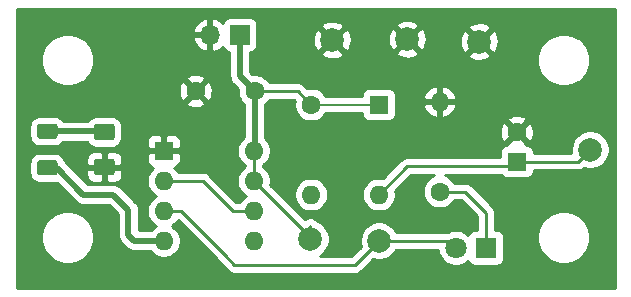
<source format=gbr>
%TF.GenerationSoftware,KiCad,Pcbnew,5.1.9-73d0e3b20d~88~ubuntu20.04.1*%
%TF.CreationDate,2021-03-24T21:29:24+01:00*%
%TF.ProjectId,10_KiCad_WCP,31305f4b-6943-4616-945f-5743502e6b69,rev?*%
%TF.SameCoordinates,Original*%
%TF.FileFunction,Copper,L1,Top*%
%TF.FilePolarity,Positive*%
%FSLAX46Y46*%
G04 Gerber Fmt 4.6, Leading zero omitted, Abs format (unit mm)*
G04 Created by KiCad (PCBNEW 5.1.9-73d0e3b20d~88~ubuntu20.04.1) date 2021-03-24 21:29:24*
%MOMM*%
%LPD*%
G01*
G04 APERTURE LIST*
%TA.AperFunction,ComponentPad*%
%ADD10O,1.600000X1.600000*%
%TD*%
%TA.AperFunction,ComponentPad*%
%ADD11C,1.600000*%
%TD*%
%TA.AperFunction,ComponentPad*%
%ADD12C,2.000000*%
%TD*%
%TA.AperFunction,ComponentPad*%
%ADD13C,1.800000*%
%TD*%
%TA.AperFunction,ComponentPad*%
%ADD14R,1.800000X1.800000*%
%TD*%
%TA.AperFunction,ComponentPad*%
%ADD15R,1.600000X1.600000*%
%TD*%
%TA.AperFunction,ComponentPad*%
%ADD16O,1.700000X1.700000*%
%TD*%
%TA.AperFunction,ComponentPad*%
%ADD17R,1.700000X1.700000*%
%TD*%
%TA.AperFunction,Conductor*%
%ADD18C,0.200000*%
%TD*%
%TA.AperFunction,Conductor*%
%ADD19C,0.500000*%
%TD*%
%TA.AperFunction,Conductor*%
%ADD20C,0.250000*%
%TD*%
%TA.AperFunction,Conductor*%
%ADD21C,0.254000*%
%TD*%
%TA.AperFunction,Conductor*%
%ADD22C,0.100000*%
%TD*%
G04 APERTURE END LIST*
D10*
%TO.P,R2,2*%
%TO.N,/THR*%
X86614000Y-56388000D03*
D11*
%TO.P,R2,1*%
%TO.N,+9V*%
X86614000Y-48768000D03*
%TD*%
D12*
%TO.P,TP6,1*%
%TO.N,Net-(D3-Pad2)*%
X92354400Y-60299600D03*
%TD*%
%TO.P,TP5,1*%
%TO.N,+9V*%
X86537800Y-60147200D03*
%TD*%
%TO.P,TP4,1*%
%TO.N,/THR*%
X110236000Y-52578000D03*
%TD*%
%TO.P,TP3,1*%
%TO.N,GND*%
X94742000Y-43243500D03*
%TD*%
%TO.P,TP2,1*%
%TO.N,GND*%
X88392000Y-43307000D03*
%TD*%
%TO.P,TP1,1*%
%TO.N,GND*%
X100838000Y-43434000D03*
%TD*%
%TO.P,R1,2*%
%TO.N,Net-(LED1-Pad2)*%
%TA.AperFunction,SMDPad,CuDef*%
G36*
G01*
X64887000Y-51678000D02*
X63637000Y-51678000D01*
G75*
G02*
X63387000Y-51428000I0J250000D01*
G01*
X63387000Y-50628000D01*
G75*
G02*
X63637000Y-50378000I250000J0D01*
G01*
X64887000Y-50378000D01*
G75*
G02*
X65137000Y-50628000I0J-250000D01*
G01*
X65137000Y-51428000D01*
G75*
G02*
X64887000Y-51678000I-250000J0D01*
G01*
G37*
%TD.AperFunction*%
%TO.P,R1,1*%
%TO.N,+9V*%
%TA.AperFunction,SMDPad,CuDef*%
G36*
G01*
X64887000Y-54778000D02*
X63637000Y-54778000D01*
G75*
G02*
X63387000Y-54528000I0J250000D01*
G01*
X63387000Y-53728000D01*
G75*
G02*
X63637000Y-53478000I250000J0D01*
G01*
X64887000Y-53478000D01*
G75*
G02*
X65137000Y-53728000I0J-250000D01*
G01*
X65137000Y-54528000D01*
G75*
G02*
X64887000Y-54778000I-250000J0D01*
G01*
G37*
%TD.AperFunction*%
%TD*%
D13*
%TO.P,D3,2*%
%TO.N,Net-(D3-Pad2)*%
X98856800Y-60909200D03*
D14*
%TO.P,D3,1*%
%TO.N,Net-(D3-Pad1)*%
X101396800Y-60909200D03*
%TD*%
D10*
%TO.P,R3,2*%
%TO.N,GND*%
X97472500Y-48514000D03*
D11*
%TO.P,R3,1*%
%TO.N,Net-(D3-Pad1)*%
X97472500Y-56134000D03*
%TD*%
D10*
%TO.P,U1,8*%
%TO.N,+9V*%
X81737200Y-52679600D03*
%TO.P,U1,4*%
X74117200Y-60299600D03*
%TO.P,U1,7*%
X81737200Y-55219600D03*
%TO.P,U1,3*%
%TO.N,Net-(D3-Pad2)*%
X74117200Y-57759600D03*
%TO.P,U1,6*%
%TO.N,/THR*%
X81737200Y-57759600D03*
%TO.P,U1,2*%
X74117200Y-55219600D03*
%TO.P,U1,5*%
%TO.N,Net-(U1-Pad5)*%
X81737200Y-60299600D03*
D15*
%TO.P,U1,1*%
%TO.N,GND*%
X74117200Y-52679600D03*
%TD*%
D16*
%TO.P,J1,2*%
%TO.N,GND*%
X78028800Y-42849800D03*
D17*
%TO.P,J1,1*%
%TO.N,+9V*%
X80568800Y-42849800D03*
%TD*%
D10*
%TO.P,D2,2*%
%TO.N,/THR*%
X92329000Y-56388000D03*
D15*
%TO.P,D2,1*%
%TO.N,+9V*%
X92329000Y-48768000D03*
%TD*%
%TO.P,LED1,2*%
%TO.N,Net-(LED1-Pad2)*%
%TA.AperFunction,SMDPad,CuDef*%
G36*
G01*
X69713000Y-51803000D02*
X68463000Y-51803000D01*
G75*
G02*
X68213000Y-51553000I0J250000D01*
G01*
X68213000Y-50628000D01*
G75*
G02*
X68463000Y-50378000I250000J0D01*
G01*
X69713000Y-50378000D01*
G75*
G02*
X69963000Y-50628000I0J-250000D01*
G01*
X69963000Y-51553000D01*
G75*
G02*
X69713000Y-51803000I-250000J0D01*
G01*
G37*
%TD.AperFunction*%
%TO.P,LED1,1*%
%TO.N,GND*%
%TA.AperFunction,SMDPad,CuDef*%
G36*
G01*
X69713000Y-54778000D02*
X68463000Y-54778000D01*
G75*
G02*
X68213000Y-54528000I0J250000D01*
G01*
X68213000Y-53603000D01*
G75*
G02*
X68463000Y-53353000I250000J0D01*
G01*
X69713000Y-53353000D01*
G75*
G02*
X69963000Y-53603000I0J-250000D01*
G01*
X69963000Y-54528000D01*
G75*
G02*
X69713000Y-54778000I-250000J0D01*
G01*
G37*
%TD.AperFunction*%
%TD*%
D11*
%TO.P,C2,2*%
%TO.N,GND*%
X104013000Y-51094000D03*
D15*
%TO.P,C2,1*%
%TO.N,/THR*%
X104013000Y-53594000D03*
%TD*%
D11*
%TO.P,C1,2*%
%TO.N,GND*%
X76813400Y-47625000D03*
%TO.P,C1,1*%
%TO.N,+9V*%
X81813400Y-47625000D03*
%TD*%
D18*
%TO.N,GND*%
X94678500Y-43307000D02*
X94742000Y-43243500D01*
X100647500Y-43243500D02*
X100838000Y-43434000D01*
D19*
X74080700Y-52643100D02*
X74117200Y-52679600D01*
%TO.N,+9V*%
X73863200Y-60553600D02*
X74117200Y-60299600D01*
X81991200Y-52425600D02*
X81737200Y-52679600D01*
X86487000Y-48895000D02*
X86614000Y-48768000D01*
D18*
X86614000Y-48768000D02*
X92329000Y-48768000D01*
X81991200Y-55219600D02*
X81737200Y-55219600D01*
D19*
X64262000Y-54128000D02*
X65050000Y-54128000D01*
X65050000Y-54128000D02*
X67310000Y-56388000D01*
X67310000Y-56388000D02*
X69850000Y-56388000D01*
X69850000Y-56388000D02*
X71120000Y-57658000D01*
D20*
X81737200Y-52679600D02*
X81737200Y-55219600D01*
X86537800Y-60147200D02*
X86537800Y-59055000D01*
D19*
X71120000Y-57658000D02*
X71120000Y-59842400D01*
X71577200Y-60299600D02*
X74117200Y-60299600D01*
X71120000Y-59842400D02*
X71577200Y-60299600D01*
X80568800Y-46380400D02*
X81813400Y-47625000D01*
X80568800Y-42849800D02*
X80568800Y-46380400D01*
X81813400Y-52603400D02*
X81737200Y-52679600D01*
X81813400Y-47625000D02*
X81813400Y-52603400D01*
D20*
X86537800Y-60020200D02*
X86537800Y-60147200D01*
X81737200Y-55219600D02*
X86537800Y-60020200D01*
X85471000Y-47625000D02*
X86614000Y-48768000D01*
X81813400Y-47625000D02*
X85471000Y-47625000D01*
%TO.N,/THR*%
X74117200Y-55219600D02*
X77419200Y-55219600D01*
X79959200Y-57759600D02*
X81737200Y-57759600D01*
X77419200Y-55219600D02*
X79959200Y-57759600D01*
X92329000Y-56388000D02*
X94717000Y-54000000D01*
X103607000Y-54000000D02*
X104013000Y-53594000D01*
X94717000Y-54000000D02*
X103607000Y-54000000D01*
X109220000Y-53594000D02*
X110236000Y-52578000D01*
X104013000Y-53594000D02*
X109220000Y-53594000D01*
%TO.N,Net-(D3-Pad2)*%
X74117200Y-57759600D02*
X75590400Y-57759600D01*
X79303001Y-61472201D02*
X79303001Y-61523001D01*
X75590400Y-57759600D02*
X79303001Y-61472201D01*
X79303001Y-61523001D02*
X80111600Y-62331600D01*
X90322400Y-62331600D02*
X92354400Y-60299600D01*
X80111600Y-62331600D02*
X90322400Y-62331600D01*
X98247200Y-60299600D02*
X98856800Y-60909200D01*
X92354400Y-60299600D02*
X98247200Y-60299600D01*
%TO.N,Net-(D3-Pad1)*%
X97472500Y-56134000D02*
X99618800Y-56134000D01*
X101396800Y-57912000D02*
X101396800Y-60909200D01*
X99618800Y-56134000D02*
X101396800Y-57912000D01*
D19*
%TO.N,Net-(LED1-Pad2)*%
X69025500Y-51028000D02*
X69088000Y-51090500D01*
X64262000Y-51028000D02*
X69025500Y-51028000D01*
%TD*%
D21*
%TO.N,GND*%
X112340001Y-64340000D02*
X61660000Y-64340000D01*
X61660000Y-59779872D01*
X63765000Y-59779872D01*
X63765000Y-60220128D01*
X63850890Y-60651925D01*
X64019369Y-61058669D01*
X64263962Y-61424729D01*
X64575271Y-61736038D01*
X64941331Y-61980631D01*
X65348075Y-62149110D01*
X65779872Y-62235000D01*
X66220128Y-62235000D01*
X66651925Y-62149110D01*
X67058669Y-61980631D01*
X67424729Y-61736038D01*
X67736038Y-61424729D01*
X67980631Y-61058669D01*
X68149110Y-60651925D01*
X68235000Y-60220128D01*
X68235000Y-59779872D01*
X68149110Y-59348075D01*
X67980631Y-58941331D01*
X67736038Y-58575271D01*
X67424729Y-58263962D01*
X67058669Y-58019369D01*
X66651925Y-57850890D01*
X66220128Y-57765000D01*
X65779872Y-57765000D01*
X65348075Y-57850890D01*
X64941331Y-58019369D01*
X64575271Y-58263962D01*
X64263962Y-58575271D01*
X64019369Y-58941331D01*
X63850890Y-59348075D01*
X63765000Y-59779872D01*
X61660000Y-59779872D01*
X61660000Y-53728000D01*
X62748928Y-53728000D01*
X62748928Y-54528000D01*
X62765992Y-54701254D01*
X62816528Y-54867850D01*
X62898595Y-55021386D01*
X63009038Y-55155962D01*
X63143614Y-55266405D01*
X63297150Y-55348472D01*
X63463746Y-55399008D01*
X63637000Y-55416072D01*
X64887000Y-55416072D01*
X65060254Y-55399008D01*
X65067294Y-55396872D01*
X66653470Y-56983049D01*
X66681183Y-57016817D01*
X66714951Y-57044530D01*
X66714953Y-57044532D01*
X66815941Y-57127411D01*
X66969686Y-57209589D01*
X67098274Y-57248596D01*
X67136510Y-57260195D01*
X67266523Y-57273000D01*
X67266531Y-57273000D01*
X67310000Y-57277281D01*
X67353469Y-57273000D01*
X69483422Y-57273000D01*
X70235000Y-58024579D01*
X70235001Y-59798921D01*
X70230719Y-59842400D01*
X70247805Y-60015890D01*
X70298412Y-60182713D01*
X70380590Y-60336459D01*
X70463468Y-60437446D01*
X70463471Y-60437449D01*
X70491184Y-60471217D01*
X70524952Y-60498930D01*
X70920666Y-60894644D01*
X70948383Y-60928417D01*
X71083141Y-61039011D01*
X71236887Y-61121189D01*
X71403710Y-61171795D01*
X71533723Y-61184600D01*
X71533733Y-61184600D01*
X71577199Y-61188881D01*
X71620665Y-61184600D01*
X72982679Y-61184600D01*
X73002563Y-61214359D01*
X73202441Y-61414237D01*
X73437473Y-61571280D01*
X73698626Y-61679453D01*
X73975865Y-61734600D01*
X74258535Y-61734600D01*
X74535774Y-61679453D01*
X74796927Y-61571280D01*
X75031959Y-61414237D01*
X75231837Y-61214359D01*
X75388880Y-60979327D01*
X75497053Y-60718174D01*
X75552200Y-60440935D01*
X75552200Y-60158265D01*
X75497053Y-59881026D01*
X75388880Y-59619873D01*
X75231837Y-59384841D01*
X75031959Y-59184963D01*
X74799441Y-59029600D01*
X75031959Y-58874237D01*
X75231837Y-58674359D01*
X75311353Y-58555354D01*
X78627551Y-61871553D01*
X78668027Y-61947277D01*
X78763000Y-62063002D01*
X78792002Y-62086803D01*
X79547801Y-62842602D01*
X79571599Y-62871601D01*
X79687324Y-62966574D01*
X79819353Y-63037146D01*
X79962614Y-63080603D01*
X80074267Y-63091600D01*
X80074275Y-63091600D01*
X80111600Y-63095276D01*
X80148925Y-63091600D01*
X90285078Y-63091600D01*
X90322400Y-63095276D01*
X90359722Y-63091600D01*
X90359733Y-63091600D01*
X90471386Y-63080603D01*
X90614647Y-63037146D01*
X90746676Y-62966574D01*
X90862401Y-62871601D01*
X90886204Y-62842597D01*
X91863024Y-61865777D01*
X91877488Y-61871768D01*
X92193367Y-61934600D01*
X92515433Y-61934600D01*
X92831312Y-61871768D01*
X93128863Y-61748518D01*
X93396652Y-61569587D01*
X93624387Y-61341852D01*
X93803318Y-61074063D01*
X93809309Y-61059600D01*
X97321800Y-61059600D01*
X97321800Y-61060384D01*
X97380789Y-61356943D01*
X97496501Y-61636295D01*
X97664488Y-61887705D01*
X97878295Y-62101512D01*
X98129705Y-62269499D01*
X98409057Y-62385211D01*
X98705616Y-62444200D01*
X99007984Y-62444200D01*
X99304543Y-62385211D01*
X99583895Y-62269499D01*
X99835305Y-62101512D01*
X99901744Y-62035073D01*
X99907298Y-62053380D01*
X99966263Y-62163694D01*
X100045615Y-62260385D01*
X100142306Y-62339737D01*
X100252620Y-62398702D01*
X100372318Y-62435012D01*
X100496800Y-62447272D01*
X102296800Y-62447272D01*
X102421282Y-62435012D01*
X102540980Y-62398702D01*
X102651294Y-62339737D01*
X102747985Y-62260385D01*
X102827337Y-62163694D01*
X102886302Y-62053380D01*
X102922612Y-61933682D01*
X102934872Y-61809200D01*
X102934872Y-60009200D01*
X102922612Y-59884718D01*
X102890808Y-59779872D01*
X105765000Y-59779872D01*
X105765000Y-60220128D01*
X105850890Y-60651925D01*
X106019369Y-61058669D01*
X106263962Y-61424729D01*
X106575271Y-61736038D01*
X106941331Y-61980631D01*
X107348075Y-62149110D01*
X107779872Y-62235000D01*
X108220128Y-62235000D01*
X108651925Y-62149110D01*
X109058669Y-61980631D01*
X109424729Y-61736038D01*
X109736038Y-61424729D01*
X109980631Y-61058669D01*
X110149110Y-60651925D01*
X110235000Y-60220128D01*
X110235000Y-59779872D01*
X110149110Y-59348075D01*
X109980631Y-58941331D01*
X109736038Y-58575271D01*
X109424729Y-58263962D01*
X109058669Y-58019369D01*
X108651925Y-57850890D01*
X108220128Y-57765000D01*
X107779872Y-57765000D01*
X107348075Y-57850890D01*
X106941331Y-58019369D01*
X106575271Y-58263962D01*
X106263962Y-58575271D01*
X106019369Y-58941331D01*
X105850890Y-59348075D01*
X105765000Y-59779872D01*
X102890808Y-59779872D01*
X102886302Y-59765020D01*
X102827337Y-59654706D01*
X102747985Y-59558015D01*
X102651294Y-59478663D01*
X102540980Y-59419698D01*
X102421282Y-59383388D01*
X102296800Y-59371128D01*
X102156800Y-59371128D01*
X102156800Y-57949325D01*
X102160476Y-57912000D01*
X102156800Y-57874675D01*
X102156800Y-57874667D01*
X102145803Y-57763014D01*
X102102346Y-57619753D01*
X102031774Y-57487724D01*
X101936801Y-57371999D01*
X101907804Y-57348202D01*
X100182604Y-55623003D01*
X100158801Y-55593999D01*
X100043076Y-55499026D01*
X99911047Y-55428454D01*
X99767786Y-55384997D01*
X99656133Y-55374000D01*
X99656122Y-55374000D01*
X99618800Y-55370324D01*
X99581478Y-55374000D01*
X98690543Y-55374000D01*
X98587137Y-55219241D01*
X98387259Y-55019363D01*
X98152227Y-54862320D01*
X97905204Y-54760000D01*
X102691906Y-54760000D01*
X102761815Y-54845185D01*
X102858506Y-54924537D01*
X102968820Y-54983502D01*
X103088518Y-55019812D01*
X103213000Y-55032072D01*
X104813000Y-55032072D01*
X104937482Y-55019812D01*
X105057180Y-54983502D01*
X105167494Y-54924537D01*
X105264185Y-54845185D01*
X105343537Y-54748494D01*
X105402502Y-54638180D01*
X105438812Y-54518482D01*
X105451072Y-54394000D01*
X105451072Y-54354000D01*
X109182678Y-54354000D01*
X109220000Y-54357676D01*
X109257322Y-54354000D01*
X109257333Y-54354000D01*
X109368986Y-54343003D01*
X109512247Y-54299546D01*
X109644276Y-54228974D01*
X109746603Y-54144997D01*
X109759088Y-54150168D01*
X110074967Y-54213000D01*
X110397033Y-54213000D01*
X110712912Y-54150168D01*
X111010463Y-54026918D01*
X111278252Y-53847987D01*
X111505987Y-53620252D01*
X111684918Y-53352463D01*
X111808168Y-53054912D01*
X111871000Y-52739033D01*
X111871000Y-52416967D01*
X111808168Y-52101088D01*
X111684918Y-51803537D01*
X111505987Y-51535748D01*
X111278252Y-51308013D01*
X111010463Y-51129082D01*
X110712912Y-51005832D01*
X110397033Y-50943000D01*
X110074967Y-50943000D01*
X109759088Y-51005832D01*
X109461537Y-51129082D01*
X109193748Y-51308013D01*
X108966013Y-51535748D01*
X108787082Y-51803537D01*
X108663832Y-52101088D01*
X108601000Y-52416967D01*
X108601000Y-52739033D01*
X108619890Y-52834000D01*
X105451072Y-52834000D01*
X105451072Y-52794000D01*
X105438812Y-52669518D01*
X105402502Y-52549820D01*
X105343537Y-52439506D01*
X105264185Y-52342815D01*
X105167494Y-52263463D01*
X105057180Y-52204498D01*
X104937482Y-52168188D01*
X104813000Y-52155928D01*
X104805785Y-52155928D01*
X104826097Y-52086702D01*
X104013000Y-51273605D01*
X103199903Y-52086702D01*
X103220215Y-52155928D01*
X103213000Y-52155928D01*
X103088518Y-52168188D01*
X102968820Y-52204498D01*
X102858506Y-52263463D01*
X102761815Y-52342815D01*
X102682463Y-52439506D01*
X102623498Y-52549820D01*
X102587188Y-52669518D01*
X102574928Y-52794000D01*
X102574928Y-53240000D01*
X94754322Y-53240000D01*
X94717000Y-53236324D01*
X94679677Y-53240000D01*
X94679667Y-53240000D01*
X94568014Y-53250997D01*
X94424753Y-53294454D01*
X94292723Y-53365026D01*
X94264547Y-53388150D01*
X94176999Y-53459999D01*
X94153201Y-53488997D01*
X92652886Y-54989312D01*
X92470335Y-54953000D01*
X92187665Y-54953000D01*
X91910426Y-55008147D01*
X91649273Y-55116320D01*
X91414241Y-55273363D01*
X91214363Y-55473241D01*
X91057320Y-55708273D01*
X90949147Y-55969426D01*
X90894000Y-56246665D01*
X90894000Y-56529335D01*
X90949147Y-56806574D01*
X91057320Y-57067727D01*
X91214363Y-57302759D01*
X91414241Y-57502637D01*
X91649273Y-57659680D01*
X91910426Y-57767853D01*
X92187665Y-57823000D01*
X92470335Y-57823000D01*
X92747574Y-57767853D01*
X93008727Y-57659680D01*
X93243759Y-57502637D01*
X93443637Y-57302759D01*
X93600680Y-57067727D01*
X93708853Y-56806574D01*
X93764000Y-56529335D01*
X93764000Y-56246665D01*
X93727688Y-56064114D01*
X95031802Y-54760000D01*
X97039796Y-54760000D01*
X96792773Y-54862320D01*
X96557741Y-55019363D01*
X96357863Y-55219241D01*
X96200820Y-55454273D01*
X96092647Y-55715426D01*
X96037500Y-55992665D01*
X96037500Y-56275335D01*
X96092647Y-56552574D01*
X96200820Y-56813727D01*
X96357863Y-57048759D01*
X96557741Y-57248637D01*
X96792773Y-57405680D01*
X97053926Y-57513853D01*
X97331165Y-57569000D01*
X97613835Y-57569000D01*
X97891074Y-57513853D01*
X98152227Y-57405680D01*
X98387259Y-57248637D01*
X98587137Y-57048759D01*
X98690543Y-56894000D01*
X99303999Y-56894000D01*
X100636800Y-58226802D01*
X100636800Y-59371128D01*
X100496800Y-59371128D01*
X100372318Y-59383388D01*
X100252620Y-59419698D01*
X100142306Y-59478663D01*
X100045615Y-59558015D01*
X99966263Y-59654706D01*
X99907298Y-59765020D01*
X99901744Y-59783327D01*
X99835305Y-59716888D01*
X99583895Y-59548901D01*
X99304543Y-59433189D01*
X99007984Y-59374200D01*
X98705616Y-59374200D01*
X98409057Y-59433189D01*
X98152159Y-59539600D01*
X93809309Y-59539600D01*
X93803318Y-59525137D01*
X93624387Y-59257348D01*
X93396652Y-59029613D01*
X93128863Y-58850682D01*
X92831312Y-58727432D01*
X92515433Y-58664600D01*
X92193367Y-58664600D01*
X91877488Y-58727432D01*
X91579937Y-58850682D01*
X91312148Y-59029613D01*
X91084413Y-59257348D01*
X90905482Y-59525137D01*
X90782232Y-59822688D01*
X90719400Y-60138567D01*
X90719400Y-60460633D01*
X90782232Y-60776512D01*
X90788223Y-60790976D01*
X90007599Y-61571600D01*
X87348957Y-61571600D01*
X87580052Y-61417187D01*
X87807787Y-61189452D01*
X87986718Y-60921663D01*
X88109968Y-60624112D01*
X88172800Y-60308233D01*
X88172800Y-59986167D01*
X88109968Y-59670288D01*
X87986718Y-59372737D01*
X87807787Y-59104948D01*
X87580052Y-58877213D01*
X87312263Y-58698282D01*
X87179488Y-58643285D01*
X87172774Y-58630724D01*
X87077801Y-58514999D01*
X86962076Y-58420026D01*
X86830047Y-58349454D01*
X86686786Y-58305997D01*
X86537800Y-58291323D01*
X86388815Y-58305997D01*
X86245554Y-58349454D01*
X86113525Y-58420026D01*
X86057998Y-58465596D01*
X83839067Y-56246665D01*
X85179000Y-56246665D01*
X85179000Y-56529335D01*
X85234147Y-56806574D01*
X85342320Y-57067727D01*
X85499363Y-57302759D01*
X85699241Y-57502637D01*
X85934273Y-57659680D01*
X86195426Y-57767853D01*
X86472665Y-57823000D01*
X86755335Y-57823000D01*
X87032574Y-57767853D01*
X87293727Y-57659680D01*
X87528759Y-57502637D01*
X87728637Y-57302759D01*
X87885680Y-57067727D01*
X87993853Y-56806574D01*
X88049000Y-56529335D01*
X88049000Y-56246665D01*
X87993853Y-55969426D01*
X87885680Y-55708273D01*
X87728637Y-55473241D01*
X87528759Y-55273363D01*
X87293727Y-55116320D01*
X87032574Y-55008147D01*
X86755335Y-54953000D01*
X86472665Y-54953000D01*
X86195426Y-55008147D01*
X85934273Y-55116320D01*
X85699241Y-55273363D01*
X85499363Y-55473241D01*
X85342320Y-55708273D01*
X85234147Y-55969426D01*
X85179000Y-56246665D01*
X83839067Y-56246665D01*
X83135888Y-55543487D01*
X83172200Y-55360935D01*
X83172200Y-55078265D01*
X83117053Y-54801026D01*
X83008880Y-54539873D01*
X82851837Y-54304841D01*
X82651959Y-54104963D01*
X82497200Y-54001557D01*
X82497200Y-53897643D01*
X82651959Y-53794237D01*
X82851837Y-53594359D01*
X83008880Y-53359327D01*
X83117053Y-53098174D01*
X83172200Y-52820935D01*
X83172200Y-52538265D01*
X83117053Y-52261026D01*
X83008880Y-51999873D01*
X82851837Y-51764841D01*
X82698400Y-51611404D01*
X82698400Y-51164512D01*
X102572783Y-51164512D01*
X102614213Y-51444130D01*
X102709397Y-51710292D01*
X102776329Y-51835514D01*
X103020298Y-51907097D01*
X103833395Y-51094000D01*
X104192605Y-51094000D01*
X105005702Y-51907097D01*
X105249671Y-51835514D01*
X105370571Y-51580004D01*
X105439300Y-51305816D01*
X105453217Y-51023488D01*
X105411787Y-50743870D01*
X105316603Y-50477708D01*
X105249671Y-50352486D01*
X105005702Y-50280903D01*
X104192605Y-51094000D01*
X103833395Y-51094000D01*
X103020298Y-50280903D01*
X102776329Y-50352486D01*
X102655429Y-50607996D01*
X102586700Y-50882184D01*
X102572783Y-51164512D01*
X82698400Y-51164512D01*
X82698400Y-48759521D01*
X82728159Y-48739637D01*
X82928037Y-48539759D01*
X83031443Y-48385000D01*
X85156199Y-48385000D01*
X85215312Y-48444113D01*
X85179000Y-48626665D01*
X85179000Y-48909335D01*
X85234147Y-49186574D01*
X85342320Y-49447727D01*
X85499363Y-49682759D01*
X85699241Y-49882637D01*
X85934273Y-50039680D01*
X86195426Y-50147853D01*
X86472665Y-50203000D01*
X86755335Y-50203000D01*
X87032574Y-50147853D01*
X87293727Y-50039680D01*
X87528759Y-49882637D01*
X87728637Y-49682759D01*
X87848748Y-49503000D01*
X90890928Y-49503000D01*
X90890928Y-49568000D01*
X90903188Y-49692482D01*
X90939498Y-49812180D01*
X90998463Y-49922494D01*
X91077815Y-50019185D01*
X91174506Y-50098537D01*
X91284820Y-50157502D01*
X91404518Y-50193812D01*
X91529000Y-50206072D01*
X93129000Y-50206072D01*
X93253482Y-50193812D01*
X93373180Y-50157502D01*
X93478328Y-50101298D01*
X103199903Y-50101298D01*
X104013000Y-50914395D01*
X104826097Y-50101298D01*
X104754514Y-49857329D01*
X104499004Y-49736429D01*
X104224816Y-49667700D01*
X103942488Y-49653783D01*
X103662870Y-49695213D01*
X103396708Y-49790397D01*
X103271486Y-49857329D01*
X103199903Y-50101298D01*
X93478328Y-50101298D01*
X93483494Y-50098537D01*
X93580185Y-50019185D01*
X93659537Y-49922494D01*
X93718502Y-49812180D01*
X93754812Y-49692482D01*
X93767072Y-49568000D01*
X93767072Y-48863040D01*
X96080591Y-48863040D01*
X96175430Y-49127881D01*
X96320115Y-49369131D01*
X96509086Y-49577519D01*
X96735080Y-49745037D01*
X96989413Y-49865246D01*
X97123461Y-49905904D01*
X97345500Y-49783915D01*
X97345500Y-48641000D01*
X97599500Y-48641000D01*
X97599500Y-49783915D01*
X97821539Y-49905904D01*
X97955587Y-49865246D01*
X98209920Y-49745037D01*
X98435914Y-49577519D01*
X98624885Y-49369131D01*
X98769570Y-49127881D01*
X98864409Y-48863040D01*
X98743124Y-48641000D01*
X97599500Y-48641000D01*
X97345500Y-48641000D01*
X96201876Y-48641000D01*
X96080591Y-48863040D01*
X93767072Y-48863040D01*
X93767072Y-48164960D01*
X96080591Y-48164960D01*
X96201876Y-48387000D01*
X97345500Y-48387000D01*
X97345500Y-47244085D01*
X97599500Y-47244085D01*
X97599500Y-48387000D01*
X98743124Y-48387000D01*
X98864409Y-48164960D01*
X98769570Y-47900119D01*
X98624885Y-47658869D01*
X98435914Y-47450481D01*
X98209920Y-47282963D01*
X97955587Y-47162754D01*
X97821539Y-47122096D01*
X97599500Y-47244085D01*
X97345500Y-47244085D01*
X97123461Y-47122096D01*
X96989413Y-47162754D01*
X96735080Y-47282963D01*
X96509086Y-47450481D01*
X96320115Y-47658869D01*
X96175430Y-47900119D01*
X96080591Y-48164960D01*
X93767072Y-48164960D01*
X93767072Y-47968000D01*
X93754812Y-47843518D01*
X93718502Y-47723820D01*
X93659537Y-47613506D01*
X93580185Y-47516815D01*
X93483494Y-47437463D01*
X93373180Y-47378498D01*
X93253482Y-47342188D01*
X93129000Y-47329928D01*
X91529000Y-47329928D01*
X91404518Y-47342188D01*
X91284820Y-47378498D01*
X91174506Y-47437463D01*
X91077815Y-47516815D01*
X90998463Y-47613506D01*
X90939498Y-47723820D01*
X90903188Y-47843518D01*
X90890928Y-47968000D01*
X90890928Y-48033000D01*
X87848748Y-48033000D01*
X87728637Y-47853241D01*
X87528759Y-47653363D01*
X87293727Y-47496320D01*
X87032574Y-47388147D01*
X86755335Y-47333000D01*
X86472665Y-47333000D01*
X86290113Y-47369312D01*
X86034804Y-47114002D01*
X86011001Y-47084999D01*
X85895276Y-46990026D01*
X85763247Y-46919454D01*
X85619986Y-46875997D01*
X85508333Y-46865000D01*
X85508322Y-46865000D01*
X85471000Y-46861324D01*
X85433678Y-46865000D01*
X83031443Y-46865000D01*
X82928037Y-46710241D01*
X82728159Y-46510363D01*
X82493127Y-46353320D01*
X82231974Y-46245147D01*
X81954735Y-46190000D01*
X81672065Y-46190000D01*
X81636961Y-46196983D01*
X81453800Y-46013822D01*
X81453800Y-44442413D01*
X87436192Y-44442413D01*
X87531956Y-44706814D01*
X87821571Y-44847704D01*
X88133108Y-44929384D01*
X88454595Y-44948718D01*
X88773675Y-44904961D01*
X89078088Y-44799795D01*
X89252044Y-44706814D01*
X89347808Y-44442413D01*
X89284308Y-44378913D01*
X93786192Y-44378913D01*
X93881956Y-44643314D01*
X94171571Y-44784204D01*
X94483108Y-44865884D01*
X94804595Y-44885218D01*
X95123675Y-44841461D01*
X95428088Y-44736295D01*
X95602044Y-44643314D01*
X95628810Y-44569413D01*
X99882192Y-44569413D01*
X99977956Y-44833814D01*
X100267571Y-44974704D01*
X100579108Y-45056384D01*
X100900595Y-45075718D01*
X101219675Y-45031961D01*
X101524088Y-44926795D01*
X101698044Y-44833814D01*
X101717581Y-44779872D01*
X105765000Y-44779872D01*
X105765000Y-45220128D01*
X105850890Y-45651925D01*
X106019369Y-46058669D01*
X106263962Y-46424729D01*
X106575271Y-46736038D01*
X106941331Y-46980631D01*
X107348075Y-47149110D01*
X107779872Y-47235000D01*
X108220128Y-47235000D01*
X108651925Y-47149110D01*
X109058669Y-46980631D01*
X109424729Y-46736038D01*
X109736038Y-46424729D01*
X109980631Y-46058669D01*
X110149110Y-45651925D01*
X110235000Y-45220128D01*
X110235000Y-44779872D01*
X110149110Y-44348075D01*
X109980631Y-43941331D01*
X109736038Y-43575271D01*
X109424729Y-43263962D01*
X109058669Y-43019369D01*
X108651925Y-42850890D01*
X108220128Y-42765000D01*
X107779872Y-42765000D01*
X107348075Y-42850890D01*
X106941331Y-43019369D01*
X106575271Y-43263962D01*
X106263962Y-43575271D01*
X106019369Y-43941331D01*
X105850890Y-44348075D01*
X105765000Y-44779872D01*
X101717581Y-44779872D01*
X101793808Y-44569413D01*
X100838000Y-43613605D01*
X99882192Y-44569413D01*
X95628810Y-44569413D01*
X95697808Y-44378913D01*
X94742000Y-43423105D01*
X93786192Y-44378913D01*
X89284308Y-44378913D01*
X88392000Y-43486605D01*
X87436192Y-44442413D01*
X81453800Y-44442413D01*
X81453800Y-44334425D01*
X81543282Y-44325612D01*
X81662980Y-44289302D01*
X81773294Y-44230337D01*
X81869985Y-44150985D01*
X81949337Y-44054294D01*
X82008302Y-43943980D01*
X82044612Y-43824282D01*
X82056872Y-43699800D01*
X82056872Y-43369595D01*
X86750282Y-43369595D01*
X86794039Y-43688675D01*
X86899205Y-43993088D01*
X86992186Y-44167044D01*
X87256587Y-44262808D01*
X88212395Y-43307000D01*
X88571605Y-43307000D01*
X89527413Y-44262808D01*
X89791814Y-44167044D01*
X89932704Y-43877429D01*
X90014384Y-43565892D01*
X90030008Y-43306095D01*
X93100282Y-43306095D01*
X93144039Y-43625175D01*
X93249205Y-43929588D01*
X93342186Y-44103544D01*
X93606587Y-44199308D01*
X94562395Y-43243500D01*
X94921605Y-43243500D01*
X95877413Y-44199308D01*
X96141814Y-44103544D01*
X96282704Y-43813929D01*
X96364384Y-43502392D01*
X96364732Y-43496595D01*
X99196282Y-43496595D01*
X99240039Y-43815675D01*
X99345205Y-44120088D01*
X99438186Y-44294044D01*
X99702587Y-44389808D01*
X100658395Y-43434000D01*
X101017605Y-43434000D01*
X101973413Y-44389808D01*
X102237814Y-44294044D01*
X102378704Y-44004429D01*
X102460384Y-43692892D01*
X102479718Y-43371405D01*
X102435961Y-43052325D01*
X102330795Y-42747912D01*
X102237814Y-42573956D01*
X101973413Y-42478192D01*
X101017605Y-43434000D01*
X100658395Y-43434000D01*
X99702587Y-42478192D01*
X99438186Y-42573956D01*
X99297296Y-42863571D01*
X99215616Y-43175108D01*
X99196282Y-43496595D01*
X96364732Y-43496595D01*
X96383718Y-43180905D01*
X96339961Y-42861825D01*
X96234795Y-42557412D01*
X96141814Y-42383456D01*
X95907494Y-42298587D01*
X99882192Y-42298587D01*
X100838000Y-43254395D01*
X101793808Y-42298587D01*
X101698044Y-42034186D01*
X101408429Y-41893296D01*
X101096892Y-41811616D01*
X100775405Y-41792282D01*
X100456325Y-41836039D01*
X100151912Y-41941205D01*
X99977956Y-42034186D01*
X99882192Y-42298587D01*
X95907494Y-42298587D01*
X95877413Y-42287692D01*
X94921605Y-43243500D01*
X94562395Y-43243500D01*
X93606587Y-42287692D01*
X93342186Y-42383456D01*
X93201296Y-42673071D01*
X93119616Y-42984608D01*
X93100282Y-43306095D01*
X90030008Y-43306095D01*
X90033718Y-43244405D01*
X89989961Y-42925325D01*
X89884795Y-42620912D01*
X89791814Y-42446956D01*
X89527413Y-42351192D01*
X88571605Y-43307000D01*
X88212395Y-43307000D01*
X87256587Y-42351192D01*
X86992186Y-42446956D01*
X86851296Y-42736571D01*
X86769616Y-43048108D01*
X86750282Y-43369595D01*
X82056872Y-43369595D01*
X82056872Y-42171587D01*
X87436192Y-42171587D01*
X88392000Y-43127395D01*
X89347808Y-42171587D01*
X89324809Y-42108087D01*
X93786192Y-42108087D01*
X94742000Y-43063895D01*
X95697808Y-42108087D01*
X95602044Y-41843686D01*
X95312429Y-41702796D01*
X95000892Y-41621116D01*
X94679405Y-41601782D01*
X94360325Y-41645539D01*
X94055912Y-41750705D01*
X93881956Y-41843686D01*
X93786192Y-42108087D01*
X89324809Y-42108087D01*
X89252044Y-41907186D01*
X88962429Y-41766296D01*
X88650892Y-41684616D01*
X88329405Y-41665282D01*
X88010325Y-41709039D01*
X87705912Y-41814205D01*
X87531956Y-41907186D01*
X87436192Y-42171587D01*
X82056872Y-42171587D01*
X82056872Y-41999800D01*
X82044612Y-41875318D01*
X82008302Y-41755620D01*
X81949337Y-41645306D01*
X81869985Y-41548615D01*
X81773294Y-41469263D01*
X81662980Y-41410298D01*
X81543282Y-41373988D01*
X81418800Y-41361728D01*
X79718800Y-41361728D01*
X79594318Y-41373988D01*
X79474620Y-41410298D01*
X79364306Y-41469263D01*
X79267615Y-41548615D01*
X79188263Y-41645306D01*
X79129298Y-41755620D01*
X79104834Y-41836266D01*
X79029069Y-41752212D01*
X78795720Y-41578159D01*
X78532899Y-41452975D01*
X78385690Y-41408324D01*
X78155800Y-41529645D01*
X78155800Y-42722800D01*
X78175800Y-42722800D01*
X78175800Y-42976800D01*
X78155800Y-42976800D01*
X78155800Y-44169955D01*
X78385690Y-44291276D01*
X78532899Y-44246625D01*
X78795720Y-44121441D01*
X79029069Y-43947388D01*
X79104834Y-43863334D01*
X79129298Y-43943980D01*
X79188263Y-44054294D01*
X79267615Y-44150985D01*
X79364306Y-44230337D01*
X79474620Y-44289302D01*
X79594318Y-44325612D01*
X79683800Y-44334425D01*
X79683801Y-46336921D01*
X79679519Y-46380400D01*
X79696605Y-46553890D01*
X79747212Y-46720713D01*
X79829390Y-46874459D01*
X79912268Y-46975446D01*
X79912271Y-46975449D01*
X79939984Y-47009217D01*
X79973751Y-47036929D01*
X80385383Y-47448561D01*
X80378400Y-47483665D01*
X80378400Y-47766335D01*
X80433547Y-48043574D01*
X80541720Y-48304727D01*
X80698763Y-48539759D01*
X80898641Y-48739637D01*
X80928400Y-48759521D01*
X80928401Y-51494163D01*
X80822441Y-51564963D01*
X80622563Y-51764841D01*
X80465520Y-51999873D01*
X80357347Y-52261026D01*
X80302200Y-52538265D01*
X80302200Y-52820935D01*
X80357347Y-53098174D01*
X80465520Y-53359327D01*
X80622563Y-53594359D01*
X80822441Y-53794237D01*
X80977200Y-53897644D01*
X80977201Y-54001556D01*
X80822441Y-54104963D01*
X80622563Y-54304841D01*
X80465520Y-54539873D01*
X80357347Y-54801026D01*
X80302200Y-55078265D01*
X80302200Y-55360935D01*
X80357347Y-55638174D01*
X80465520Y-55899327D01*
X80622563Y-56134359D01*
X80822441Y-56334237D01*
X81054959Y-56489600D01*
X80822441Y-56644963D01*
X80622563Y-56844841D01*
X80519157Y-56999600D01*
X80274003Y-56999600D01*
X77983004Y-54708603D01*
X77959201Y-54679599D01*
X77843476Y-54584626D01*
X77711447Y-54514054D01*
X77568186Y-54470597D01*
X77456533Y-54459600D01*
X77456522Y-54459600D01*
X77419200Y-54455924D01*
X77381878Y-54459600D01*
X75335243Y-54459600D01*
X75231837Y-54304841D01*
X75033239Y-54106243D01*
X75041682Y-54105412D01*
X75161380Y-54069102D01*
X75271694Y-54010137D01*
X75368385Y-53930785D01*
X75447737Y-53834094D01*
X75506702Y-53723780D01*
X75543012Y-53604082D01*
X75555272Y-53479600D01*
X75552200Y-52965350D01*
X75393450Y-52806600D01*
X74244200Y-52806600D01*
X74244200Y-52826600D01*
X73990200Y-52826600D01*
X73990200Y-52806600D01*
X72840950Y-52806600D01*
X72682200Y-52965350D01*
X72679128Y-53479600D01*
X72691388Y-53604082D01*
X72727698Y-53723780D01*
X72786663Y-53834094D01*
X72866015Y-53930785D01*
X72962706Y-54010137D01*
X73073020Y-54069102D01*
X73192718Y-54105412D01*
X73201161Y-54106243D01*
X73002563Y-54304841D01*
X72845520Y-54539873D01*
X72737347Y-54801026D01*
X72682200Y-55078265D01*
X72682200Y-55360935D01*
X72737347Y-55638174D01*
X72845520Y-55899327D01*
X73002563Y-56134359D01*
X73202441Y-56334237D01*
X73434959Y-56489600D01*
X73202441Y-56644963D01*
X73002563Y-56844841D01*
X72845520Y-57079873D01*
X72737347Y-57341026D01*
X72682200Y-57618265D01*
X72682200Y-57900935D01*
X72737347Y-58178174D01*
X72845520Y-58439327D01*
X73002563Y-58674359D01*
X73202441Y-58874237D01*
X73434959Y-59029600D01*
X73202441Y-59184963D01*
X73002563Y-59384841D01*
X72982679Y-59414600D01*
X72005000Y-59414600D01*
X72005000Y-57701465D01*
X72009281Y-57657999D01*
X72005000Y-57614533D01*
X72005000Y-57614523D01*
X71992195Y-57484510D01*
X71941589Y-57317687D01*
X71859411Y-57163941D01*
X71748817Y-57029183D01*
X71715050Y-57001471D01*
X70506534Y-55792956D01*
X70478817Y-55759183D01*
X70344059Y-55648589D01*
X70190313Y-55566411D01*
X70023490Y-55515805D01*
X69893477Y-55503000D01*
X69893469Y-55503000D01*
X69850000Y-55498719D01*
X69806531Y-55503000D01*
X67676579Y-55503000D01*
X66951579Y-54778000D01*
X67574928Y-54778000D01*
X67587188Y-54902482D01*
X67623498Y-55022180D01*
X67682463Y-55132494D01*
X67761815Y-55229185D01*
X67858506Y-55308537D01*
X67968820Y-55367502D01*
X68088518Y-55403812D01*
X68213000Y-55416072D01*
X68802250Y-55413000D01*
X68961000Y-55254250D01*
X68961000Y-54192500D01*
X69215000Y-54192500D01*
X69215000Y-55254250D01*
X69373750Y-55413000D01*
X69963000Y-55416072D01*
X70087482Y-55403812D01*
X70207180Y-55367502D01*
X70317494Y-55308537D01*
X70414185Y-55229185D01*
X70493537Y-55132494D01*
X70552502Y-55022180D01*
X70588812Y-54902482D01*
X70601072Y-54778000D01*
X70598000Y-54351250D01*
X70439250Y-54192500D01*
X69215000Y-54192500D01*
X68961000Y-54192500D01*
X67736750Y-54192500D01*
X67578000Y-54351250D01*
X67574928Y-54778000D01*
X66951579Y-54778000D01*
X65761251Y-53587673D01*
X65758008Y-53554746D01*
X65707472Y-53388150D01*
X65688684Y-53353000D01*
X67574928Y-53353000D01*
X67578000Y-53779750D01*
X67736750Y-53938500D01*
X68961000Y-53938500D01*
X68961000Y-52876750D01*
X69215000Y-52876750D01*
X69215000Y-53938500D01*
X70439250Y-53938500D01*
X70598000Y-53779750D01*
X70601072Y-53353000D01*
X70588812Y-53228518D01*
X70552502Y-53108820D01*
X70493537Y-52998506D01*
X70414185Y-52901815D01*
X70317494Y-52822463D01*
X70207180Y-52763498D01*
X70087482Y-52727188D01*
X69963000Y-52714928D01*
X69373750Y-52718000D01*
X69215000Y-52876750D01*
X68961000Y-52876750D01*
X68802250Y-52718000D01*
X68213000Y-52714928D01*
X68088518Y-52727188D01*
X67968820Y-52763498D01*
X67858506Y-52822463D01*
X67761815Y-52901815D01*
X67682463Y-52998506D01*
X67623498Y-53108820D01*
X67587188Y-53228518D01*
X67574928Y-53353000D01*
X65688684Y-53353000D01*
X65625405Y-53234614D01*
X65514962Y-53100038D01*
X65380386Y-52989595D01*
X65226850Y-52907528D01*
X65060254Y-52856992D01*
X64887000Y-52839928D01*
X63637000Y-52839928D01*
X63463746Y-52856992D01*
X63297150Y-52907528D01*
X63143614Y-52989595D01*
X63009038Y-53100038D01*
X62898595Y-53234614D01*
X62816528Y-53388150D01*
X62765992Y-53554746D01*
X62748928Y-53728000D01*
X61660000Y-53728000D01*
X61660000Y-50628000D01*
X62748928Y-50628000D01*
X62748928Y-51428000D01*
X62765992Y-51601254D01*
X62816528Y-51767850D01*
X62898595Y-51921386D01*
X63009038Y-52055962D01*
X63143614Y-52166405D01*
X63297150Y-52248472D01*
X63463746Y-52299008D01*
X63637000Y-52316072D01*
X64887000Y-52316072D01*
X65060254Y-52299008D01*
X65226850Y-52248472D01*
X65380386Y-52166405D01*
X65514962Y-52055962D01*
X65625405Y-51921386D01*
X65629887Y-51913000D01*
X67653298Y-51913000D01*
X67724595Y-52046386D01*
X67835038Y-52180962D01*
X67969614Y-52291405D01*
X68123150Y-52373472D01*
X68289746Y-52424008D01*
X68463000Y-52441072D01*
X69713000Y-52441072D01*
X69886254Y-52424008D01*
X70052850Y-52373472D01*
X70206386Y-52291405D01*
X70340962Y-52180962D01*
X70451405Y-52046386D01*
X70533472Y-51892850D01*
X70537491Y-51879600D01*
X72679128Y-51879600D01*
X72682200Y-52393850D01*
X72840950Y-52552600D01*
X73990200Y-52552600D01*
X73990200Y-51403350D01*
X74244200Y-51403350D01*
X74244200Y-52552600D01*
X75393450Y-52552600D01*
X75552200Y-52393850D01*
X75555272Y-51879600D01*
X75543012Y-51755118D01*
X75506702Y-51635420D01*
X75447737Y-51525106D01*
X75368385Y-51428415D01*
X75271694Y-51349063D01*
X75161380Y-51290098D01*
X75041682Y-51253788D01*
X74917200Y-51241528D01*
X74402950Y-51244600D01*
X74244200Y-51403350D01*
X73990200Y-51403350D01*
X73831450Y-51244600D01*
X73317200Y-51241528D01*
X73192718Y-51253788D01*
X73073020Y-51290098D01*
X72962706Y-51349063D01*
X72866015Y-51428415D01*
X72786663Y-51525106D01*
X72727698Y-51635420D01*
X72691388Y-51755118D01*
X72679128Y-51879600D01*
X70537491Y-51879600D01*
X70584008Y-51726254D01*
X70601072Y-51553000D01*
X70601072Y-50628000D01*
X70584008Y-50454746D01*
X70533472Y-50288150D01*
X70451405Y-50134614D01*
X70340962Y-50000038D01*
X70206386Y-49889595D01*
X70052850Y-49807528D01*
X69886254Y-49756992D01*
X69713000Y-49739928D01*
X68463000Y-49739928D01*
X68289746Y-49756992D01*
X68123150Y-49807528D01*
X67969614Y-49889595D01*
X67835038Y-50000038D01*
X67724595Y-50134614D01*
X67720113Y-50143000D01*
X65629887Y-50143000D01*
X65625405Y-50134614D01*
X65514962Y-50000038D01*
X65380386Y-49889595D01*
X65226850Y-49807528D01*
X65060254Y-49756992D01*
X64887000Y-49739928D01*
X63637000Y-49739928D01*
X63463746Y-49756992D01*
X63297150Y-49807528D01*
X63143614Y-49889595D01*
X63009038Y-50000038D01*
X62898595Y-50134614D01*
X62816528Y-50288150D01*
X62765992Y-50454746D01*
X62748928Y-50628000D01*
X61660000Y-50628000D01*
X61660000Y-48617702D01*
X76000303Y-48617702D01*
X76071886Y-48861671D01*
X76327396Y-48982571D01*
X76601584Y-49051300D01*
X76883912Y-49065217D01*
X77163530Y-49023787D01*
X77429692Y-48928603D01*
X77554914Y-48861671D01*
X77626497Y-48617702D01*
X76813400Y-47804605D01*
X76000303Y-48617702D01*
X61660000Y-48617702D01*
X61660000Y-47695512D01*
X75373183Y-47695512D01*
X75414613Y-47975130D01*
X75509797Y-48241292D01*
X75576729Y-48366514D01*
X75820698Y-48438097D01*
X76633795Y-47625000D01*
X76993005Y-47625000D01*
X77806102Y-48438097D01*
X78050071Y-48366514D01*
X78170971Y-48111004D01*
X78239700Y-47836816D01*
X78253617Y-47554488D01*
X78212187Y-47274870D01*
X78117003Y-47008708D01*
X78050071Y-46883486D01*
X77806102Y-46811903D01*
X76993005Y-47625000D01*
X76633795Y-47625000D01*
X75820698Y-46811903D01*
X75576729Y-46883486D01*
X75455829Y-47138996D01*
X75387100Y-47413184D01*
X75373183Y-47695512D01*
X61660000Y-47695512D01*
X61660000Y-44779872D01*
X63765000Y-44779872D01*
X63765000Y-45220128D01*
X63850890Y-45651925D01*
X64019369Y-46058669D01*
X64263962Y-46424729D01*
X64575271Y-46736038D01*
X64941331Y-46980631D01*
X65348075Y-47149110D01*
X65779872Y-47235000D01*
X66220128Y-47235000D01*
X66651925Y-47149110D01*
X67058669Y-46980631D01*
X67424729Y-46736038D01*
X67528469Y-46632298D01*
X76000303Y-46632298D01*
X76813400Y-47445395D01*
X77626497Y-46632298D01*
X77554914Y-46388329D01*
X77299404Y-46267429D01*
X77025216Y-46198700D01*
X76742888Y-46184783D01*
X76463270Y-46226213D01*
X76197108Y-46321397D01*
X76071886Y-46388329D01*
X76000303Y-46632298D01*
X67528469Y-46632298D01*
X67736038Y-46424729D01*
X67980631Y-46058669D01*
X68149110Y-45651925D01*
X68235000Y-45220128D01*
X68235000Y-44779872D01*
X68149110Y-44348075D01*
X67980631Y-43941331D01*
X67736038Y-43575271D01*
X67424729Y-43263962D01*
X67339017Y-43206691D01*
X76587319Y-43206691D01*
X76684643Y-43481052D01*
X76833622Y-43731155D01*
X77028531Y-43947388D01*
X77261880Y-44121441D01*
X77524701Y-44246625D01*
X77671910Y-44291276D01*
X77901800Y-44169955D01*
X77901800Y-42976800D01*
X76707986Y-42976800D01*
X76587319Y-43206691D01*
X67339017Y-43206691D01*
X67058669Y-43019369D01*
X66651925Y-42850890D01*
X66220128Y-42765000D01*
X65779872Y-42765000D01*
X65348075Y-42850890D01*
X64941331Y-43019369D01*
X64575271Y-43263962D01*
X64263962Y-43575271D01*
X64019369Y-43941331D01*
X63850890Y-44348075D01*
X63765000Y-44779872D01*
X61660000Y-44779872D01*
X61660000Y-42492909D01*
X76587319Y-42492909D01*
X76707986Y-42722800D01*
X77901800Y-42722800D01*
X77901800Y-41529645D01*
X77671910Y-41408324D01*
X77524701Y-41452975D01*
X77261880Y-41578159D01*
X77028531Y-41752212D01*
X76833622Y-41968445D01*
X76684643Y-42218548D01*
X76587319Y-42492909D01*
X61660000Y-42492909D01*
X61660000Y-40660000D01*
X112340000Y-40660000D01*
X112340001Y-64340000D01*
%TA.AperFunction,Conductor*%
D22*
G36*
X112340001Y-64340000D02*
G01*
X61660000Y-64340000D01*
X61660000Y-59779872D01*
X63765000Y-59779872D01*
X63765000Y-60220128D01*
X63850890Y-60651925D01*
X64019369Y-61058669D01*
X64263962Y-61424729D01*
X64575271Y-61736038D01*
X64941331Y-61980631D01*
X65348075Y-62149110D01*
X65779872Y-62235000D01*
X66220128Y-62235000D01*
X66651925Y-62149110D01*
X67058669Y-61980631D01*
X67424729Y-61736038D01*
X67736038Y-61424729D01*
X67980631Y-61058669D01*
X68149110Y-60651925D01*
X68235000Y-60220128D01*
X68235000Y-59779872D01*
X68149110Y-59348075D01*
X67980631Y-58941331D01*
X67736038Y-58575271D01*
X67424729Y-58263962D01*
X67058669Y-58019369D01*
X66651925Y-57850890D01*
X66220128Y-57765000D01*
X65779872Y-57765000D01*
X65348075Y-57850890D01*
X64941331Y-58019369D01*
X64575271Y-58263962D01*
X64263962Y-58575271D01*
X64019369Y-58941331D01*
X63850890Y-59348075D01*
X63765000Y-59779872D01*
X61660000Y-59779872D01*
X61660000Y-53728000D01*
X62748928Y-53728000D01*
X62748928Y-54528000D01*
X62765992Y-54701254D01*
X62816528Y-54867850D01*
X62898595Y-55021386D01*
X63009038Y-55155962D01*
X63143614Y-55266405D01*
X63297150Y-55348472D01*
X63463746Y-55399008D01*
X63637000Y-55416072D01*
X64887000Y-55416072D01*
X65060254Y-55399008D01*
X65067294Y-55396872D01*
X66653470Y-56983049D01*
X66681183Y-57016817D01*
X66714951Y-57044530D01*
X66714953Y-57044532D01*
X66815941Y-57127411D01*
X66969686Y-57209589D01*
X67098274Y-57248596D01*
X67136510Y-57260195D01*
X67266523Y-57273000D01*
X67266531Y-57273000D01*
X67310000Y-57277281D01*
X67353469Y-57273000D01*
X69483422Y-57273000D01*
X70235000Y-58024579D01*
X70235001Y-59798921D01*
X70230719Y-59842400D01*
X70247805Y-60015890D01*
X70298412Y-60182713D01*
X70380590Y-60336459D01*
X70463468Y-60437446D01*
X70463471Y-60437449D01*
X70491184Y-60471217D01*
X70524952Y-60498930D01*
X70920666Y-60894644D01*
X70948383Y-60928417D01*
X71083141Y-61039011D01*
X71236887Y-61121189D01*
X71403710Y-61171795D01*
X71533723Y-61184600D01*
X71533733Y-61184600D01*
X71577199Y-61188881D01*
X71620665Y-61184600D01*
X72982679Y-61184600D01*
X73002563Y-61214359D01*
X73202441Y-61414237D01*
X73437473Y-61571280D01*
X73698626Y-61679453D01*
X73975865Y-61734600D01*
X74258535Y-61734600D01*
X74535774Y-61679453D01*
X74796927Y-61571280D01*
X75031959Y-61414237D01*
X75231837Y-61214359D01*
X75388880Y-60979327D01*
X75497053Y-60718174D01*
X75552200Y-60440935D01*
X75552200Y-60158265D01*
X75497053Y-59881026D01*
X75388880Y-59619873D01*
X75231837Y-59384841D01*
X75031959Y-59184963D01*
X74799441Y-59029600D01*
X75031959Y-58874237D01*
X75231837Y-58674359D01*
X75311353Y-58555354D01*
X78627551Y-61871553D01*
X78668027Y-61947277D01*
X78763000Y-62063002D01*
X78792002Y-62086803D01*
X79547801Y-62842602D01*
X79571599Y-62871601D01*
X79687324Y-62966574D01*
X79819353Y-63037146D01*
X79962614Y-63080603D01*
X80074267Y-63091600D01*
X80074275Y-63091600D01*
X80111600Y-63095276D01*
X80148925Y-63091600D01*
X90285078Y-63091600D01*
X90322400Y-63095276D01*
X90359722Y-63091600D01*
X90359733Y-63091600D01*
X90471386Y-63080603D01*
X90614647Y-63037146D01*
X90746676Y-62966574D01*
X90862401Y-62871601D01*
X90886204Y-62842597D01*
X91863024Y-61865777D01*
X91877488Y-61871768D01*
X92193367Y-61934600D01*
X92515433Y-61934600D01*
X92831312Y-61871768D01*
X93128863Y-61748518D01*
X93396652Y-61569587D01*
X93624387Y-61341852D01*
X93803318Y-61074063D01*
X93809309Y-61059600D01*
X97321800Y-61059600D01*
X97321800Y-61060384D01*
X97380789Y-61356943D01*
X97496501Y-61636295D01*
X97664488Y-61887705D01*
X97878295Y-62101512D01*
X98129705Y-62269499D01*
X98409057Y-62385211D01*
X98705616Y-62444200D01*
X99007984Y-62444200D01*
X99304543Y-62385211D01*
X99583895Y-62269499D01*
X99835305Y-62101512D01*
X99901744Y-62035073D01*
X99907298Y-62053380D01*
X99966263Y-62163694D01*
X100045615Y-62260385D01*
X100142306Y-62339737D01*
X100252620Y-62398702D01*
X100372318Y-62435012D01*
X100496800Y-62447272D01*
X102296800Y-62447272D01*
X102421282Y-62435012D01*
X102540980Y-62398702D01*
X102651294Y-62339737D01*
X102747985Y-62260385D01*
X102827337Y-62163694D01*
X102886302Y-62053380D01*
X102922612Y-61933682D01*
X102934872Y-61809200D01*
X102934872Y-60009200D01*
X102922612Y-59884718D01*
X102890808Y-59779872D01*
X105765000Y-59779872D01*
X105765000Y-60220128D01*
X105850890Y-60651925D01*
X106019369Y-61058669D01*
X106263962Y-61424729D01*
X106575271Y-61736038D01*
X106941331Y-61980631D01*
X107348075Y-62149110D01*
X107779872Y-62235000D01*
X108220128Y-62235000D01*
X108651925Y-62149110D01*
X109058669Y-61980631D01*
X109424729Y-61736038D01*
X109736038Y-61424729D01*
X109980631Y-61058669D01*
X110149110Y-60651925D01*
X110235000Y-60220128D01*
X110235000Y-59779872D01*
X110149110Y-59348075D01*
X109980631Y-58941331D01*
X109736038Y-58575271D01*
X109424729Y-58263962D01*
X109058669Y-58019369D01*
X108651925Y-57850890D01*
X108220128Y-57765000D01*
X107779872Y-57765000D01*
X107348075Y-57850890D01*
X106941331Y-58019369D01*
X106575271Y-58263962D01*
X106263962Y-58575271D01*
X106019369Y-58941331D01*
X105850890Y-59348075D01*
X105765000Y-59779872D01*
X102890808Y-59779872D01*
X102886302Y-59765020D01*
X102827337Y-59654706D01*
X102747985Y-59558015D01*
X102651294Y-59478663D01*
X102540980Y-59419698D01*
X102421282Y-59383388D01*
X102296800Y-59371128D01*
X102156800Y-59371128D01*
X102156800Y-57949325D01*
X102160476Y-57912000D01*
X102156800Y-57874675D01*
X102156800Y-57874667D01*
X102145803Y-57763014D01*
X102102346Y-57619753D01*
X102031774Y-57487724D01*
X101936801Y-57371999D01*
X101907804Y-57348202D01*
X100182604Y-55623003D01*
X100158801Y-55593999D01*
X100043076Y-55499026D01*
X99911047Y-55428454D01*
X99767786Y-55384997D01*
X99656133Y-55374000D01*
X99656122Y-55374000D01*
X99618800Y-55370324D01*
X99581478Y-55374000D01*
X98690543Y-55374000D01*
X98587137Y-55219241D01*
X98387259Y-55019363D01*
X98152227Y-54862320D01*
X97905204Y-54760000D01*
X102691906Y-54760000D01*
X102761815Y-54845185D01*
X102858506Y-54924537D01*
X102968820Y-54983502D01*
X103088518Y-55019812D01*
X103213000Y-55032072D01*
X104813000Y-55032072D01*
X104937482Y-55019812D01*
X105057180Y-54983502D01*
X105167494Y-54924537D01*
X105264185Y-54845185D01*
X105343537Y-54748494D01*
X105402502Y-54638180D01*
X105438812Y-54518482D01*
X105451072Y-54394000D01*
X105451072Y-54354000D01*
X109182678Y-54354000D01*
X109220000Y-54357676D01*
X109257322Y-54354000D01*
X109257333Y-54354000D01*
X109368986Y-54343003D01*
X109512247Y-54299546D01*
X109644276Y-54228974D01*
X109746603Y-54144997D01*
X109759088Y-54150168D01*
X110074967Y-54213000D01*
X110397033Y-54213000D01*
X110712912Y-54150168D01*
X111010463Y-54026918D01*
X111278252Y-53847987D01*
X111505987Y-53620252D01*
X111684918Y-53352463D01*
X111808168Y-53054912D01*
X111871000Y-52739033D01*
X111871000Y-52416967D01*
X111808168Y-52101088D01*
X111684918Y-51803537D01*
X111505987Y-51535748D01*
X111278252Y-51308013D01*
X111010463Y-51129082D01*
X110712912Y-51005832D01*
X110397033Y-50943000D01*
X110074967Y-50943000D01*
X109759088Y-51005832D01*
X109461537Y-51129082D01*
X109193748Y-51308013D01*
X108966013Y-51535748D01*
X108787082Y-51803537D01*
X108663832Y-52101088D01*
X108601000Y-52416967D01*
X108601000Y-52739033D01*
X108619890Y-52834000D01*
X105451072Y-52834000D01*
X105451072Y-52794000D01*
X105438812Y-52669518D01*
X105402502Y-52549820D01*
X105343537Y-52439506D01*
X105264185Y-52342815D01*
X105167494Y-52263463D01*
X105057180Y-52204498D01*
X104937482Y-52168188D01*
X104813000Y-52155928D01*
X104805785Y-52155928D01*
X104826097Y-52086702D01*
X104013000Y-51273605D01*
X103199903Y-52086702D01*
X103220215Y-52155928D01*
X103213000Y-52155928D01*
X103088518Y-52168188D01*
X102968820Y-52204498D01*
X102858506Y-52263463D01*
X102761815Y-52342815D01*
X102682463Y-52439506D01*
X102623498Y-52549820D01*
X102587188Y-52669518D01*
X102574928Y-52794000D01*
X102574928Y-53240000D01*
X94754322Y-53240000D01*
X94717000Y-53236324D01*
X94679677Y-53240000D01*
X94679667Y-53240000D01*
X94568014Y-53250997D01*
X94424753Y-53294454D01*
X94292723Y-53365026D01*
X94264547Y-53388150D01*
X94176999Y-53459999D01*
X94153201Y-53488997D01*
X92652886Y-54989312D01*
X92470335Y-54953000D01*
X92187665Y-54953000D01*
X91910426Y-55008147D01*
X91649273Y-55116320D01*
X91414241Y-55273363D01*
X91214363Y-55473241D01*
X91057320Y-55708273D01*
X90949147Y-55969426D01*
X90894000Y-56246665D01*
X90894000Y-56529335D01*
X90949147Y-56806574D01*
X91057320Y-57067727D01*
X91214363Y-57302759D01*
X91414241Y-57502637D01*
X91649273Y-57659680D01*
X91910426Y-57767853D01*
X92187665Y-57823000D01*
X92470335Y-57823000D01*
X92747574Y-57767853D01*
X93008727Y-57659680D01*
X93243759Y-57502637D01*
X93443637Y-57302759D01*
X93600680Y-57067727D01*
X93708853Y-56806574D01*
X93764000Y-56529335D01*
X93764000Y-56246665D01*
X93727688Y-56064114D01*
X95031802Y-54760000D01*
X97039796Y-54760000D01*
X96792773Y-54862320D01*
X96557741Y-55019363D01*
X96357863Y-55219241D01*
X96200820Y-55454273D01*
X96092647Y-55715426D01*
X96037500Y-55992665D01*
X96037500Y-56275335D01*
X96092647Y-56552574D01*
X96200820Y-56813727D01*
X96357863Y-57048759D01*
X96557741Y-57248637D01*
X96792773Y-57405680D01*
X97053926Y-57513853D01*
X97331165Y-57569000D01*
X97613835Y-57569000D01*
X97891074Y-57513853D01*
X98152227Y-57405680D01*
X98387259Y-57248637D01*
X98587137Y-57048759D01*
X98690543Y-56894000D01*
X99303999Y-56894000D01*
X100636800Y-58226802D01*
X100636800Y-59371128D01*
X100496800Y-59371128D01*
X100372318Y-59383388D01*
X100252620Y-59419698D01*
X100142306Y-59478663D01*
X100045615Y-59558015D01*
X99966263Y-59654706D01*
X99907298Y-59765020D01*
X99901744Y-59783327D01*
X99835305Y-59716888D01*
X99583895Y-59548901D01*
X99304543Y-59433189D01*
X99007984Y-59374200D01*
X98705616Y-59374200D01*
X98409057Y-59433189D01*
X98152159Y-59539600D01*
X93809309Y-59539600D01*
X93803318Y-59525137D01*
X93624387Y-59257348D01*
X93396652Y-59029613D01*
X93128863Y-58850682D01*
X92831312Y-58727432D01*
X92515433Y-58664600D01*
X92193367Y-58664600D01*
X91877488Y-58727432D01*
X91579937Y-58850682D01*
X91312148Y-59029613D01*
X91084413Y-59257348D01*
X90905482Y-59525137D01*
X90782232Y-59822688D01*
X90719400Y-60138567D01*
X90719400Y-60460633D01*
X90782232Y-60776512D01*
X90788223Y-60790976D01*
X90007599Y-61571600D01*
X87348957Y-61571600D01*
X87580052Y-61417187D01*
X87807787Y-61189452D01*
X87986718Y-60921663D01*
X88109968Y-60624112D01*
X88172800Y-60308233D01*
X88172800Y-59986167D01*
X88109968Y-59670288D01*
X87986718Y-59372737D01*
X87807787Y-59104948D01*
X87580052Y-58877213D01*
X87312263Y-58698282D01*
X87179488Y-58643285D01*
X87172774Y-58630724D01*
X87077801Y-58514999D01*
X86962076Y-58420026D01*
X86830047Y-58349454D01*
X86686786Y-58305997D01*
X86537800Y-58291323D01*
X86388815Y-58305997D01*
X86245554Y-58349454D01*
X86113525Y-58420026D01*
X86057998Y-58465596D01*
X83839067Y-56246665D01*
X85179000Y-56246665D01*
X85179000Y-56529335D01*
X85234147Y-56806574D01*
X85342320Y-57067727D01*
X85499363Y-57302759D01*
X85699241Y-57502637D01*
X85934273Y-57659680D01*
X86195426Y-57767853D01*
X86472665Y-57823000D01*
X86755335Y-57823000D01*
X87032574Y-57767853D01*
X87293727Y-57659680D01*
X87528759Y-57502637D01*
X87728637Y-57302759D01*
X87885680Y-57067727D01*
X87993853Y-56806574D01*
X88049000Y-56529335D01*
X88049000Y-56246665D01*
X87993853Y-55969426D01*
X87885680Y-55708273D01*
X87728637Y-55473241D01*
X87528759Y-55273363D01*
X87293727Y-55116320D01*
X87032574Y-55008147D01*
X86755335Y-54953000D01*
X86472665Y-54953000D01*
X86195426Y-55008147D01*
X85934273Y-55116320D01*
X85699241Y-55273363D01*
X85499363Y-55473241D01*
X85342320Y-55708273D01*
X85234147Y-55969426D01*
X85179000Y-56246665D01*
X83839067Y-56246665D01*
X83135888Y-55543487D01*
X83172200Y-55360935D01*
X83172200Y-55078265D01*
X83117053Y-54801026D01*
X83008880Y-54539873D01*
X82851837Y-54304841D01*
X82651959Y-54104963D01*
X82497200Y-54001557D01*
X82497200Y-53897643D01*
X82651959Y-53794237D01*
X82851837Y-53594359D01*
X83008880Y-53359327D01*
X83117053Y-53098174D01*
X83172200Y-52820935D01*
X83172200Y-52538265D01*
X83117053Y-52261026D01*
X83008880Y-51999873D01*
X82851837Y-51764841D01*
X82698400Y-51611404D01*
X82698400Y-51164512D01*
X102572783Y-51164512D01*
X102614213Y-51444130D01*
X102709397Y-51710292D01*
X102776329Y-51835514D01*
X103020298Y-51907097D01*
X103833395Y-51094000D01*
X104192605Y-51094000D01*
X105005702Y-51907097D01*
X105249671Y-51835514D01*
X105370571Y-51580004D01*
X105439300Y-51305816D01*
X105453217Y-51023488D01*
X105411787Y-50743870D01*
X105316603Y-50477708D01*
X105249671Y-50352486D01*
X105005702Y-50280903D01*
X104192605Y-51094000D01*
X103833395Y-51094000D01*
X103020298Y-50280903D01*
X102776329Y-50352486D01*
X102655429Y-50607996D01*
X102586700Y-50882184D01*
X102572783Y-51164512D01*
X82698400Y-51164512D01*
X82698400Y-48759521D01*
X82728159Y-48739637D01*
X82928037Y-48539759D01*
X83031443Y-48385000D01*
X85156199Y-48385000D01*
X85215312Y-48444113D01*
X85179000Y-48626665D01*
X85179000Y-48909335D01*
X85234147Y-49186574D01*
X85342320Y-49447727D01*
X85499363Y-49682759D01*
X85699241Y-49882637D01*
X85934273Y-50039680D01*
X86195426Y-50147853D01*
X86472665Y-50203000D01*
X86755335Y-50203000D01*
X87032574Y-50147853D01*
X87293727Y-50039680D01*
X87528759Y-49882637D01*
X87728637Y-49682759D01*
X87848748Y-49503000D01*
X90890928Y-49503000D01*
X90890928Y-49568000D01*
X90903188Y-49692482D01*
X90939498Y-49812180D01*
X90998463Y-49922494D01*
X91077815Y-50019185D01*
X91174506Y-50098537D01*
X91284820Y-50157502D01*
X91404518Y-50193812D01*
X91529000Y-50206072D01*
X93129000Y-50206072D01*
X93253482Y-50193812D01*
X93373180Y-50157502D01*
X93478328Y-50101298D01*
X103199903Y-50101298D01*
X104013000Y-50914395D01*
X104826097Y-50101298D01*
X104754514Y-49857329D01*
X104499004Y-49736429D01*
X104224816Y-49667700D01*
X103942488Y-49653783D01*
X103662870Y-49695213D01*
X103396708Y-49790397D01*
X103271486Y-49857329D01*
X103199903Y-50101298D01*
X93478328Y-50101298D01*
X93483494Y-50098537D01*
X93580185Y-50019185D01*
X93659537Y-49922494D01*
X93718502Y-49812180D01*
X93754812Y-49692482D01*
X93767072Y-49568000D01*
X93767072Y-48863040D01*
X96080591Y-48863040D01*
X96175430Y-49127881D01*
X96320115Y-49369131D01*
X96509086Y-49577519D01*
X96735080Y-49745037D01*
X96989413Y-49865246D01*
X97123461Y-49905904D01*
X97345500Y-49783915D01*
X97345500Y-48641000D01*
X97599500Y-48641000D01*
X97599500Y-49783915D01*
X97821539Y-49905904D01*
X97955587Y-49865246D01*
X98209920Y-49745037D01*
X98435914Y-49577519D01*
X98624885Y-49369131D01*
X98769570Y-49127881D01*
X98864409Y-48863040D01*
X98743124Y-48641000D01*
X97599500Y-48641000D01*
X97345500Y-48641000D01*
X96201876Y-48641000D01*
X96080591Y-48863040D01*
X93767072Y-48863040D01*
X93767072Y-48164960D01*
X96080591Y-48164960D01*
X96201876Y-48387000D01*
X97345500Y-48387000D01*
X97345500Y-47244085D01*
X97599500Y-47244085D01*
X97599500Y-48387000D01*
X98743124Y-48387000D01*
X98864409Y-48164960D01*
X98769570Y-47900119D01*
X98624885Y-47658869D01*
X98435914Y-47450481D01*
X98209920Y-47282963D01*
X97955587Y-47162754D01*
X97821539Y-47122096D01*
X97599500Y-47244085D01*
X97345500Y-47244085D01*
X97123461Y-47122096D01*
X96989413Y-47162754D01*
X96735080Y-47282963D01*
X96509086Y-47450481D01*
X96320115Y-47658869D01*
X96175430Y-47900119D01*
X96080591Y-48164960D01*
X93767072Y-48164960D01*
X93767072Y-47968000D01*
X93754812Y-47843518D01*
X93718502Y-47723820D01*
X93659537Y-47613506D01*
X93580185Y-47516815D01*
X93483494Y-47437463D01*
X93373180Y-47378498D01*
X93253482Y-47342188D01*
X93129000Y-47329928D01*
X91529000Y-47329928D01*
X91404518Y-47342188D01*
X91284820Y-47378498D01*
X91174506Y-47437463D01*
X91077815Y-47516815D01*
X90998463Y-47613506D01*
X90939498Y-47723820D01*
X90903188Y-47843518D01*
X90890928Y-47968000D01*
X90890928Y-48033000D01*
X87848748Y-48033000D01*
X87728637Y-47853241D01*
X87528759Y-47653363D01*
X87293727Y-47496320D01*
X87032574Y-47388147D01*
X86755335Y-47333000D01*
X86472665Y-47333000D01*
X86290113Y-47369312D01*
X86034804Y-47114002D01*
X86011001Y-47084999D01*
X85895276Y-46990026D01*
X85763247Y-46919454D01*
X85619986Y-46875997D01*
X85508333Y-46865000D01*
X85508322Y-46865000D01*
X85471000Y-46861324D01*
X85433678Y-46865000D01*
X83031443Y-46865000D01*
X82928037Y-46710241D01*
X82728159Y-46510363D01*
X82493127Y-46353320D01*
X82231974Y-46245147D01*
X81954735Y-46190000D01*
X81672065Y-46190000D01*
X81636961Y-46196983D01*
X81453800Y-46013822D01*
X81453800Y-44442413D01*
X87436192Y-44442413D01*
X87531956Y-44706814D01*
X87821571Y-44847704D01*
X88133108Y-44929384D01*
X88454595Y-44948718D01*
X88773675Y-44904961D01*
X89078088Y-44799795D01*
X89252044Y-44706814D01*
X89347808Y-44442413D01*
X89284308Y-44378913D01*
X93786192Y-44378913D01*
X93881956Y-44643314D01*
X94171571Y-44784204D01*
X94483108Y-44865884D01*
X94804595Y-44885218D01*
X95123675Y-44841461D01*
X95428088Y-44736295D01*
X95602044Y-44643314D01*
X95628810Y-44569413D01*
X99882192Y-44569413D01*
X99977956Y-44833814D01*
X100267571Y-44974704D01*
X100579108Y-45056384D01*
X100900595Y-45075718D01*
X101219675Y-45031961D01*
X101524088Y-44926795D01*
X101698044Y-44833814D01*
X101717581Y-44779872D01*
X105765000Y-44779872D01*
X105765000Y-45220128D01*
X105850890Y-45651925D01*
X106019369Y-46058669D01*
X106263962Y-46424729D01*
X106575271Y-46736038D01*
X106941331Y-46980631D01*
X107348075Y-47149110D01*
X107779872Y-47235000D01*
X108220128Y-47235000D01*
X108651925Y-47149110D01*
X109058669Y-46980631D01*
X109424729Y-46736038D01*
X109736038Y-46424729D01*
X109980631Y-46058669D01*
X110149110Y-45651925D01*
X110235000Y-45220128D01*
X110235000Y-44779872D01*
X110149110Y-44348075D01*
X109980631Y-43941331D01*
X109736038Y-43575271D01*
X109424729Y-43263962D01*
X109058669Y-43019369D01*
X108651925Y-42850890D01*
X108220128Y-42765000D01*
X107779872Y-42765000D01*
X107348075Y-42850890D01*
X106941331Y-43019369D01*
X106575271Y-43263962D01*
X106263962Y-43575271D01*
X106019369Y-43941331D01*
X105850890Y-44348075D01*
X105765000Y-44779872D01*
X101717581Y-44779872D01*
X101793808Y-44569413D01*
X100838000Y-43613605D01*
X99882192Y-44569413D01*
X95628810Y-44569413D01*
X95697808Y-44378913D01*
X94742000Y-43423105D01*
X93786192Y-44378913D01*
X89284308Y-44378913D01*
X88392000Y-43486605D01*
X87436192Y-44442413D01*
X81453800Y-44442413D01*
X81453800Y-44334425D01*
X81543282Y-44325612D01*
X81662980Y-44289302D01*
X81773294Y-44230337D01*
X81869985Y-44150985D01*
X81949337Y-44054294D01*
X82008302Y-43943980D01*
X82044612Y-43824282D01*
X82056872Y-43699800D01*
X82056872Y-43369595D01*
X86750282Y-43369595D01*
X86794039Y-43688675D01*
X86899205Y-43993088D01*
X86992186Y-44167044D01*
X87256587Y-44262808D01*
X88212395Y-43307000D01*
X88571605Y-43307000D01*
X89527413Y-44262808D01*
X89791814Y-44167044D01*
X89932704Y-43877429D01*
X90014384Y-43565892D01*
X90030008Y-43306095D01*
X93100282Y-43306095D01*
X93144039Y-43625175D01*
X93249205Y-43929588D01*
X93342186Y-44103544D01*
X93606587Y-44199308D01*
X94562395Y-43243500D01*
X94921605Y-43243500D01*
X95877413Y-44199308D01*
X96141814Y-44103544D01*
X96282704Y-43813929D01*
X96364384Y-43502392D01*
X96364732Y-43496595D01*
X99196282Y-43496595D01*
X99240039Y-43815675D01*
X99345205Y-44120088D01*
X99438186Y-44294044D01*
X99702587Y-44389808D01*
X100658395Y-43434000D01*
X101017605Y-43434000D01*
X101973413Y-44389808D01*
X102237814Y-44294044D01*
X102378704Y-44004429D01*
X102460384Y-43692892D01*
X102479718Y-43371405D01*
X102435961Y-43052325D01*
X102330795Y-42747912D01*
X102237814Y-42573956D01*
X101973413Y-42478192D01*
X101017605Y-43434000D01*
X100658395Y-43434000D01*
X99702587Y-42478192D01*
X99438186Y-42573956D01*
X99297296Y-42863571D01*
X99215616Y-43175108D01*
X99196282Y-43496595D01*
X96364732Y-43496595D01*
X96383718Y-43180905D01*
X96339961Y-42861825D01*
X96234795Y-42557412D01*
X96141814Y-42383456D01*
X95907494Y-42298587D01*
X99882192Y-42298587D01*
X100838000Y-43254395D01*
X101793808Y-42298587D01*
X101698044Y-42034186D01*
X101408429Y-41893296D01*
X101096892Y-41811616D01*
X100775405Y-41792282D01*
X100456325Y-41836039D01*
X100151912Y-41941205D01*
X99977956Y-42034186D01*
X99882192Y-42298587D01*
X95907494Y-42298587D01*
X95877413Y-42287692D01*
X94921605Y-43243500D01*
X94562395Y-43243500D01*
X93606587Y-42287692D01*
X93342186Y-42383456D01*
X93201296Y-42673071D01*
X93119616Y-42984608D01*
X93100282Y-43306095D01*
X90030008Y-43306095D01*
X90033718Y-43244405D01*
X89989961Y-42925325D01*
X89884795Y-42620912D01*
X89791814Y-42446956D01*
X89527413Y-42351192D01*
X88571605Y-43307000D01*
X88212395Y-43307000D01*
X87256587Y-42351192D01*
X86992186Y-42446956D01*
X86851296Y-42736571D01*
X86769616Y-43048108D01*
X86750282Y-43369595D01*
X82056872Y-43369595D01*
X82056872Y-42171587D01*
X87436192Y-42171587D01*
X88392000Y-43127395D01*
X89347808Y-42171587D01*
X89324809Y-42108087D01*
X93786192Y-42108087D01*
X94742000Y-43063895D01*
X95697808Y-42108087D01*
X95602044Y-41843686D01*
X95312429Y-41702796D01*
X95000892Y-41621116D01*
X94679405Y-41601782D01*
X94360325Y-41645539D01*
X94055912Y-41750705D01*
X93881956Y-41843686D01*
X93786192Y-42108087D01*
X89324809Y-42108087D01*
X89252044Y-41907186D01*
X88962429Y-41766296D01*
X88650892Y-41684616D01*
X88329405Y-41665282D01*
X88010325Y-41709039D01*
X87705912Y-41814205D01*
X87531956Y-41907186D01*
X87436192Y-42171587D01*
X82056872Y-42171587D01*
X82056872Y-41999800D01*
X82044612Y-41875318D01*
X82008302Y-41755620D01*
X81949337Y-41645306D01*
X81869985Y-41548615D01*
X81773294Y-41469263D01*
X81662980Y-41410298D01*
X81543282Y-41373988D01*
X81418800Y-41361728D01*
X79718800Y-41361728D01*
X79594318Y-41373988D01*
X79474620Y-41410298D01*
X79364306Y-41469263D01*
X79267615Y-41548615D01*
X79188263Y-41645306D01*
X79129298Y-41755620D01*
X79104834Y-41836266D01*
X79029069Y-41752212D01*
X78795720Y-41578159D01*
X78532899Y-41452975D01*
X78385690Y-41408324D01*
X78155800Y-41529645D01*
X78155800Y-42722800D01*
X78175800Y-42722800D01*
X78175800Y-42976800D01*
X78155800Y-42976800D01*
X78155800Y-44169955D01*
X78385690Y-44291276D01*
X78532899Y-44246625D01*
X78795720Y-44121441D01*
X79029069Y-43947388D01*
X79104834Y-43863334D01*
X79129298Y-43943980D01*
X79188263Y-44054294D01*
X79267615Y-44150985D01*
X79364306Y-44230337D01*
X79474620Y-44289302D01*
X79594318Y-44325612D01*
X79683800Y-44334425D01*
X79683801Y-46336921D01*
X79679519Y-46380400D01*
X79696605Y-46553890D01*
X79747212Y-46720713D01*
X79829390Y-46874459D01*
X79912268Y-46975446D01*
X79912271Y-46975449D01*
X79939984Y-47009217D01*
X79973751Y-47036929D01*
X80385383Y-47448561D01*
X80378400Y-47483665D01*
X80378400Y-47766335D01*
X80433547Y-48043574D01*
X80541720Y-48304727D01*
X80698763Y-48539759D01*
X80898641Y-48739637D01*
X80928400Y-48759521D01*
X80928401Y-51494163D01*
X80822441Y-51564963D01*
X80622563Y-51764841D01*
X80465520Y-51999873D01*
X80357347Y-52261026D01*
X80302200Y-52538265D01*
X80302200Y-52820935D01*
X80357347Y-53098174D01*
X80465520Y-53359327D01*
X80622563Y-53594359D01*
X80822441Y-53794237D01*
X80977200Y-53897644D01*
X80977201Y-54001556D01*
X80822441Y-54104963D01*
X80622563Y-54304841D01*
X80465520Y-54539873D01*
X80357347Y-54801026D01*
X80302200Y-55078265D01*
X80302200Y-55360935D01*
X80357347Y-55638174D01*
X80465520Y-55899327D01*
X80622563Y-56134359D01*
X80822441Y-56334237D01*
X81054959Y-56489600D01*
X80822441Y-56644963D01*
X80622563Y-56844841D01*
X80519157Y-56999600D01*
X80274003Y-56999600D01*
X77983004Y-54708603D01*
X77959201Y-54679599D01*
X77843476Y-54584626D01*
X77711447Y-54514054D01*
X77568186Y-54470597D01*
X77456533Y-54459600D01*
X77456522Y-54459600D01*
X77419200Y-54455924D01*
X77381878Y-54459600D01*
X75335243Y-54459600D01*
X75231837Y-54304841D01*
X75033239Y-54106243D01*
X75041682Y-54105412D01*
X75161380Y-54069102D01*
X75271694Y-54010137D01*
X75368385Y-53930785D01*
X75447737Y-53834094D01*
X75506702Y-53723780D01*
X75543012Y-53604082D01*
X75555272Y-53479600D01*
X75552200Y-52965350D01*
X75393450Y-52806600D01*
X74244200Y-52806600D01*
X74244200Y-52826600D01*
X73990200Y-52826600D01*
X73990200Y-52806600D01*
X72840950Y-52806600D01*
X72682200Y-52965350D01*
X72679128Y-53479600D01*
X72691388Y-53604082D01*
X72727698Y-53723780D01*
X72786663Y-53834094D01*
X72866015Y-53930785D01*
X72962706Y-54010137D01*
X73073020Y-54069102D01*
X73192718Y-54105412D01*
X73201161Y-54106243D01*
X73002563Y-54304841D01*
X72845520Y-54539873D01*
X72737347Y-54801026D01*
X72682200Y-55078265D01*
X72682200Y-55360935D01*
X72737347Y-55638174D01*
X72845520Y-55899327D01*
X73002563Y-56134359D01*
X73202441Y-56334237D01*
X73434959Y-56489600D01*
X73202441Y-56644963D01*
X73002563Y-56844841D01*
X72845520Y-57079873D01*
X72737347Y-57341026D01*
X72682200Y-57618265D01*
X72682200Y-57900935D01*
X72737347Y-58178174D01*
X72845520Y-58439327D01*
X73002563Y-58674359D01*
X73202441Y-58874237D01*
X73434959Y-59029600D01*
X73202441Y-59184963D01*
X73002563Y-59384841D01*
X72982679Y-59414600D01*
X72005000Y-59414600D01*
X72005000Y-57701465D01*
X72009281Y-57657999D01*
X72005000Y-57614533D01*
X72005000Y-57614523D01*
X71992195Y-57484510D01*
X71941589Y-57317687D01*
X71859411Y-57163941D01*
X71748817Y-57029183D01*
X71715050Y-57001471D01*
X70506534Y-55792956D01*
X70478817Y-55759183D01*
X70344059Y-55648589D01*
X70190313Y-55566411D01*
X70023490Y-55515805D01*
X69893477Y-55503000D01*
X69893469Y-55503000D01*
X69850000Y-55498719D01*
X69806531Y-55503000D01*
X67676579Y-55503000D01*
X66951579Y-54778000D01*
X67574928Y-54778000D01*
X67587188Y-54902482D01*
X67623498Y-55022180D01*
X67682463Y-55132494D01*
X67761815Y-55229185D01*
X67858506Y-55308537D01*
X67968820Y-55367502D01*
X68088518Y-55403812D01*
X68213000Y-55416072D01*
X68802250Y-55413000D01*
X68961000Y-55254250D01*
X68961000Y-54192500D01*
X69215000Y-54192500D01*
X69215000Y-55254250D01*
X69373750Y-55413000D01*
X69963000Y-55416072D01*
X70087482Y-55403812D01*
X70207180Y-55367502D01*
X70317494Y-55308537D01*
X70414185Y-55229185D01*
X70493537Y-55132494D01*
X70552502Y-55022180D01*
X70588812Y-54902482D01*
X70601072Y-54778000D01*
X70598000Y-54351250D01*
X70439250Y-54192500D01*
X69215000Y-54192500D01*
X68961000Y-54192500D01*
X67736750Y-54192500D01*
X67578000Y-54351250D01*
X67574928Y-54778000D01*
X66951579Y-54778000D01*
X65761251Y-53587673D01*
X65758008Y-53554746D01*
X65707472Y-53388150D01*
X65688684Y-53353000D01*
X67574928Y-53353000D01*
X67578000Y-53779750D01*
X67736750Y-53938500D01*
X68961000Y-53938500D01*
X68961000Y-52876750D01*
X69215000Y-52876750D01*
X69215000Y-53938500D01*
X70439250Y-53938500D01*
X70598000Y-53779750D01*
X70601072Y-53353000D01*
X70588812Y-53228518D01*
X70552502Y-53108820D01*
X70493537Y-52998506D01*
X70414185Y-52901815D01*
X70317494Y-52822463D01*
X70207180Y-52763498D01*
X70087482Y-52727188D01*
X69963000Y-52714928D01*
X69373750Y-52718000D01*
X69215000Y-52876750D01*
X68961000Y-52876750D01*
X68802250Y-52718000D01*
X68213000Y-52714928D01*
X68088518Y-52727188D01*
X67968820Y-52763498D01*
X67858506Y-52822463D01*
X67761815Y-52901815D01*
X67682463Y-52998506D01*
X67623498Y-53108820D01*
X67587188Y-53228518D01*
X67574928Y-53353000D01*
X65688684Y-53353000D01*
X65625405Y-53234614D01*
X65514962Y-53100038D01*
X65380386Y-52989595D01*
X65226850Y-52907528D01*
X65060254Y-52856992D01*
X64887000Y-52839928D01*
X63637000Y-52839928D01*
X63463746Y-52856992D01*
X63297150Y-52907528D01*
X63143614Y-52989595D01*
X63009038Y-53100038D01*
X62898595Y-53234614D01*
X62816528Y-53388150D01*
X62765992Y-53554746D01*
X62748928Y-53728000D01*
X61660000Y-53728000D01*
X61660000Y-50628000D01*
X62748928Y-50628000D01*
X62748928Y-51428000D01*
X62765992Y-51601254D01*
X62816528Y-51767850D01*
X62898595Y-51921386D01*
X63009038Y-52055962D01*
X63143614Y-52166405D01*
X63297150Y-52248472D01*
X63463746Y-52299008D01*
X63637000Y-52316072D01*
X64887000Y-52316072D01*
X65060254Y-52299008D01*
X65226850Y-52248472D01*
X65380386Y-52166405D01*
X65514962Y-52055962D01*
X65625405Y-51921386D01*
X65629887Y-51913000D01*
X67653298Y-51913000D01*
X67724595Y-52046386D01*
X67835038Y-52180962D01*
X67969614Y-52291405D01*
X68123150Y-52373472D01*
X68289746Y-52424008D01*
X68463000Y-52441072D01*
X69713000Y-52441072D01*
X69886254Y-52424008D01*
X70052850Y-52373472D01*
X70206386Y-52291405D01*
X70340962Y-52180962D01*
X70451405Y-52046386D01*
X70533472Y-51892850D01*
X70537491Y-51879600D01*
X72679128Y-51879600D01*
X72682200Y-52393850D01*
X72840950Y-52552600D01*
X73990200Y-52552600D01*
X73990200Y-51403350D01*
X74244200Y-51403350D01*
X74244200Y-52552600D01*
X75393450Y-52552600D01*
X75552200Y-52393850D01*
X75555272Y-51879600D01*
X75543012Y-51755118D01*
X75506702Y-51635420D01*
X75447737Y-51525106D01*
X75368385Y-51428415D01*
X75271694Y-51349063D01*
X75161380Y-51290098D01*
X75041682Y-51253788D01*
X74917200Y-51241528D01*
X74402950Y-51244600D01*
X74244200Y-51403350D01*
X73990200Y-51403350D01*
X73831450Y-51244600D01*
X73317200Y-51241528D01*
X73192718Y-51253788D01*
X73073020Y-51290098D01*
X72962706Y-51349063D01*
X72866015Y-51428415D01*
X72786663Y-51525106D01*
X72727698Y-51635420D01*
X72691388Y-51755118D01*
X72679128Y-51879600D01*
X70537491Y-51879600D01*
X70584008Y-51726254D01*
X70601072Y-51553000D01*
X70601072Y-50628000D01*
X70584008Y-50454746D01*
X70533472Y-50288150D01*
X70451405Y-50134614D01*
X70340962Y-50000038D01*
X70206386Y-49889595D01*
X70052850Y-49807528D01*
X69886254Y-49756992D01*
X69713000Y-49739928D01*
X68463000Y-49739928D01*
X68289746Y-49756992D01*
X68123150Y-49807528D01*
X67969614Y-49889595D01*
X67835038Y-50000038D01*
X67724595Y-50134614D01*
X67720113Y-50143000D01*
X65629887Y-50143000D01*
X65625405Y-50134614D01*
X65514962Y-50000038D01*
X65380386Y-49889595D01*
X65226850Y-49807528D01*
X65060254Y-49756992D01*
X64887000Y-49739928D01*
X63637000Y-49739928D01*
X63463746Y-49756992D01*
X63297150Y-49807528D01*
X63143614Y-49889595D01*
X63009038Y-50000038D01*
X62898595Y-50134614D01*
X62816528Y-50288150D01*
X62765992Y-50454746D01*
X62748928Y-50628000D01*
X61660000Y-50628000D01*
X61660000Y-48617702D01*
X76000303Y-48617702D01*
X76071886Y-48861671D01*
X76327396Y-48982571D01*
X76601584Y-49051300D01*
X76883912Y-49065217D01*
X77163530Y-49023787D01*
X77429692Y-48928603D01*
X77554914Y-48861671D01*
X77626497Y-48617702D01*
X76813400Y-47804605D01*
X76000303Y-48617702D01*
X61660000Y-48617702D01*
X61660000Y-47695512D01*
X75373183Y-47695512D01*
X75414613Y-47975130D01*
X75509797Y-48241292D01*
X75576729Y-48366514D01*
X75820698Y-48438097D01*
X76633795Y-47625000D01*
X76993005Y-47625000D01*
X77806102Y-48438097D01*
X78050071Y-48366514D01*
X78170971Y-48111004D01*
X78239700Y-47836816D01*
X78253617Y-47554488D01*
X78212187Y-47274870D01*
X78117003Y-47008708D01*
X78050071Y-46883486D01*
X77806102Y-46811903D01*
X76993005Y-47625000D01*
X76633795Y-47625000D01*
X75820698Y-46811903D01*
X75576729Y-46883486D01*
X75455829Y-47138996D01*
X75387100Y-47413184D01*
X75373183Y-47695512D01*
X61660000Y-47695512D01*
X61660000Y-44779872D01*
X63765000Y-44779872D01*
X63765000Y-45220128D01*
X63850890Y-45651925D01*
X64019369Y-46058669D01*
X64263962Y-46424729D01*
X64575271Y-46736038D01*
X64941331Y-46980631D01*
X65348075Y-47149110D01*
X65779872Y-47235000D01*
X66220128Y-47235000D01*
X66651925Y-47149110D01*
X67058669Y-46980631D01*
X67424729Y-46736038D01*
X67528469Y-46632298D01*
X76000303Y-46632298D01*
X76813400Y-47445395D01*
X77626497Y-46632298D01*
X77554914Y-46388329D01*
X77299404Y-46267429D01*
X77025216Y-46198700D01*
X76742888Y-46184783D01*
X76463270Y-46226213D01*
X76197108Y-46321397D01*
X76071886Y-46388329D01*
X76000303Y-46632298D01*
X67528469Y-46632298D01*
X67736038Y-46424729D01*
X67980631Y-46058669D01*
X68149110Y-45651925D01*
X68235000Y-45220128D01*
X68235000Y-44779872D01*
X68149110Y-44348075D01*
X67980631Y-43941331D01*
X67736038Y-43575271D01*
X67424729Y-43263962D01*
X67339017Y-43206691D01*
X76587319Y-43206691D01*
X76684643Y-43481052D01*
X76833622Y-43731155D01*
X77028531Y-43947388D01*
X77261880Y-44121441D01*
X77524701Y-44246625D01*
X77671910Y-44291276D01*
X77901800Y-44169955D01*
X77901800Y-42976800D01*
X76707986Y-42976800D01*
X76587319Y-43206691D01*
X67339017Y-43206691D01*
X67058669Y-43019369D01*
X66651925Y-42850890D01*
X66220128Y-42765000D01*
X65779872Y-42765000D01*
X65348075Y-42850890D01*
X64941331Y-43019369D01*
X64575271Y-43263962D01*
X64263962Y-43575271D01*
X64019369Y-43941331D01*
X63850890Y-44348075D01*
X63765000Y-44779872D01*
X61660000Y-44779872D01*
X61660000Y-42492909D01*
X76587319Y-42492909D01*
X76707986Y-42722800D01*
X77901800Y-42722800D01*
X77901800Y-41529645D01*
X77671910Y-41408324D01*
X77524701Y-41452975D01*
X77261880Y-41578159D01*
X77028531Y-41752212D01*
X76833622Y-41968445D01*
X76684643Y-42218548D01*
X76587319Y-42492909D01*
X61660000Y-42492909D01*
X61660000Y-40660000D01*
X112340000Y-40660000D01*
X112340001Y-64340000D01*
G37*
%TD.AperFunction*%
%TD*%
M02*

</source>
